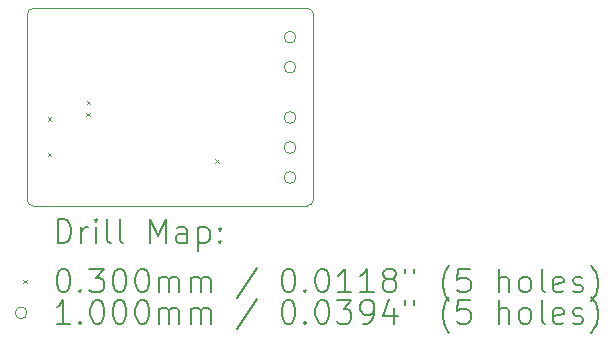
<source format=gbr>
%TF.GenerationSoftware,KiCad,Pcbnew,8.0.5*%
%TF.CreationDate,2024-09-21T11:01:25+02:00*%
%TF.ProjectId,XC9148-breakout,58433931-3438-42d6-9272-65616b6f7574,rev?*%
%TF.SameCoordinates,Original*%
%TF.FileFunction,Drillmap*%
%TF.FilePolarity,Positive*%
%FSLAX45Y45*%
G04 Gerber Fmt 4.5, Leading zero omitted, Abs format (unit mm)*
G04 Created by KiCad (PCBNEW 8.0.5) date 2024-09-21 11:01:25*
%MOMM*%
%LPD*%
G01*
G04 APERTURE LIST*
%ADD10C,0.050000*%
%ADD11C,0.200000*%
%ADD12C,0.100000*%
G04 APERTURE END LIST*
D10*
X11889000Y-5231000D02*
G75*
G02*
X11939000Y-5281000I0J-50000D01*
G01*
X9517000Y-5281000D02*
G75*
G02*
X9567000Y-5231000I50000J0D01*
G01*
X11939000Y-6852000D02*
G75*
G02*
X11889000Y-6902000I-50000J0D01*
G01*
X9567000Y-6902000D02*
G75*
G02*
X9517000Y-6852000I0J50000D01*
G01*
X11939000Y-5281000D02*
X11939000Y-6852000D01*
X9567000Y-5231000D02*
X11889000Y-5231000D01*
X9517000Y-6852000D02*
X9517000Y-5281000D01*
X11889000Y-6902000D02*
X9567000Y-6902000D01*
D11*
D12*
X9688000Y-6151000D02*
X9718000Y-6181000D01*
X9718000Y-6151000D02*
X9688000Y-6181000D01*
X9688000Y-6454000D02*
X9718000Y-6484000D01*
X9718000Y-6454000D02*
X9688000Y-6484000D01*
X10014000Y-6114000D02*
X10044000Y-6144000D01*
X10044000Y-6114000D02*
X10014000Y-6144000D01*
X10019000Y-6013000D02*
X10049000Y-6043000D01*
X10049000Y-6013000D02*
X10019000Y-6043000D01*
X11107000Y-6506000D02*
X11137000Y-6536000D01*
X11137000Y-6506000D02*
X11107000Y-6536000D01*
X11791000Y-5474000D02*
G75*
G02*
X11691000Y-5474000I-50000J0D01*
G01*
X11691000Y-5474000D02*
G75*
G02*
X11791000Y-5474000I50000J0D01*
G01*
X11791000Y-5728000D02*
G75*
G02*
X11691000Y-5728000I-50000J0D01*
G01*
X11691000Y-5728000D02*
G75*
G02*
X11791000Y-5728000I50000J0D01*
G01*
X11791000Y-6155000D02*
G75*
G02*
X11691000Y-6155000I-50000J0D01*
G01*
X11691000Y-6155000D02*
G75*
G02*
X11791000Y-6155000I50000J0D01*
G01*
X11791000Y-6409000D02*
G75*
G02*
X11691000Y-6409000I-50000J0D01*
G01*
X11691000Y-6409000D02*
G75*
G02*
X11791000Y-6409000I50000J0D01*
G01*
X11791000Y-6663000D02*
G75*
G02*
X11691000Y-6663000I-50000J0D01*
G01*
X11691000Y-6663000D02*
G75*
G02*
X11791000Y-6663000I50000J0D01*
G01*
D11*
X9775277Y-7215984D02*
X9775277Y-7015984D01*
X9775277Y-7015984D02*
X9822896Y-7015984D01*
X9822896Y-7015984D02*
X9851467Y-7025508D01*
X9851467Y-7025508D02*
X9870515Y-7044555D01*
X9870515Y-7044555D02*
X9880039Y-7063603D01*
X9880039Y-7063603D02*
X9889563Y-7101698D01*
X9889563Y-7101698D02*
X9889563Y-7130269D01*
X9889563Y-7130269D02*
X9880039Y-7168365D01*
X9880039Y-7168365D02*
X9870515Y-7187412D01*
X9870515Y-7187412D02*
X9851467Y-7206460D01*
X9851467Y-7206460D02*
X9822896Y-7215984D01*
X9822896Y-7215984D02*
X9775277Y-7215984D01*
X9975277Y-7215984D02*
X9975277Y-7082650D01*
X9975277Y-7120746D02*
X9984801Y-7101698D01*
X9984801Y-7101698D02*
X9994324Y-7092174D01*
X9994324Y-7092174D02*
X10013372Y-7082650D01*
X10013372Y-7082650D02*
X10032420Y-7082650D01*
X10099086Y-7215984D02*
X10099086Y-7082650D01*
X10099086Y-7015984D02*
X10089563Y-7025508D01*
X10089563Y-7025508D02*
X10099086Y-7035031D01*
X10099086Y-7035031D02*
X10108610Y-7025508D01*
X10108610Y-7025508D02*
X10099086Y-7015984D01*
X10099086Y-7015984D02*
X10099086Y-7035031D01*
X10222896Y-7215984D02*
X10203848Y-7206460D01*
X10203848Y-7206460D02*
X10194324Y-7187412D01*
X10194324Y-7187412D02*
X10194324Y-7015984D01*
X10327658Y-7215984D02*
X10308610Y-7206460D01*
X10308610Y-7206460D02*
X10299086Y-7187412D01*
X10299086Y-7187412D02*
X10299086Y-7015984D01*
X10556229Y-7215984D02*
X10556229Y-7015984D01*
X10556229Y-7015984D02*
X10622896Y-7158841D01*
X10622896Y-7158841D02*
X10689563Y-7015984D01*
X10689563Y-7015984D02*
X10689563Y-7215984D01*
X10870515Y-7215984D02*
X10870515Y-7111222D01*
X10870515Y-7111222D02*
X10860991Y-7092174D01*
X10860991Y-7092174D02*
X10841944Y-7082650D01*
X10841944Y-7082650D02*
X10803848Y-7082650D01*
X10803848Y-7082650D02*
X10784801Y-7092174D01*
X10870515Y-7206460D02*
X10851467Y-7215984D01*
X10851467Y-7215984D02*
X10803848Y-7215984D01*
X10803848Y-7215984D02*
X10784801Y-7206460D01*
X10784801Y-7206460D02*
X10775277Y-7187412D01*
X10775277Y-7187412D02*
X10775277Y-7168365D01*
X10775277Y-7168365D02*
X10784801Y-7149317D01*
X10784801Y-7149317D02*
X10803848Y-7139793D01*
X10803848Y-7139793D02*
X10851467Y-7139793D01*
X10851467Y-7139793D02*
X10870515Y-7130269D01*
X10965753Y-7082650D02*
X10965753Y-7282650D01*
X10965753Y-7092174D02*
X10984801Y-7082650D01*
X10984801Y-7082650D02*
X11022896Y-7082650D01*
X11022896Y-7082650D02*
X11041944Y-7092174D01*
X11041944Y-7092174D02*
X11051467Y-7101698D01*
X11051467Y-7101698D02*
X11060991Y-7120746D01*
X11060991Y-7120746D02*
X11060991Y-7177888D01*
X11060991Y-7177888D02*
X11051467Y-7196936D01*
X11051467Y-7196936D02*
X11041944Y-7206460D01*
X11041944Y-7206460D02*
X11022896Y-7215984D01*
X11022896Y-7215984D02*
X10984801Y-7215984D01*
X10984801Y-7215984D02*
X10965753Y-7206460D01*
X11146705Y-7196936D02*
X11156229Y-7206460D01*
X11156229Y-7206460D02*
X11146705Y-7215984D01*
X11146705Y-7215984D02*
X11137182Y-7206460D01*
X11137182Y-7206460D02*
X11146705Y-7196936D01*
X11146705Y-7196936D02*
X11146705Y-7215984D01*
X11146705Y-7092174D02*
X11156229Y-7101698D01*
X11156229Y-7101698D02*
X11146705Y-7111222D01*
X11146705Y-7111222D02*
X11137182Y-7101698D01*
X11137182Y-7101698D02*
X11146705Y-7092174D01*
X11146705Y-7092174D02*
X11146705Y-7111222D01*
D12*
X9484500Y-7529500D02*
X9514500Y-7559500D01*
X9514500Y-7529500D02*
X9484500Y-7559500D01*
D11*
X9813372Y-7435984D02*
X9832420Y-7435984D01*
X9832420Y-7435984D02*
X9851467Y-7445508D01*
X9851467Y-7445508D02*
X9860991Y-7455031D01*
X9860991Y-7455031D02*
X9870515Y-7474079D01*
X9870515Y-7474079D02*
X9880039Y-7512174D01*
X9880039Y-7512174D02*
X9880039Y-7559793D01*
X9880039Y-7559793D02*
X9870515Y-7597888D01*
X9870515Y-7597888D02*
X9860991Y-7616936D01*
X9860991Y-7616936D02*
X9851467Y-7626460D01*
X9851467Y-7626460D02*
X9832420Y-7635984D01*
X9832420Y-7635984D02*
X9813372Y-7635984D01*
X9813372Y-7635984D02*
X9794324Y-7626460D01*
X9794324Y-7626460D02*
X9784801Y-7616936D01*
X9784801Y-7616936D02*
X9775277Y-7597888D01*
X9775277Y-7597888D02*
X9765753Y-7559793D01*
X9765753Y-7559793D02*
X9765753Y-7512174D01*
X9765753Y-7512174D02*
X9775277Y-7474079D01*
X9775277Y-7474079D02*
X9784801Y-7455031D01*
X9784801Y-7455031D02*
X9794324Y-7445508D01*
X9794324Y-7445508D02*
X9813372Y-7435984D01*
X9965753Y-7616936D02*
X9975277Y-7626460D01*
X9975277Y-7626460D02*
X9965753Y-7635984D01*
X9965753Y-7635984D02*
X9956229Y-7626460D01*
X9956229Y-7626460D02*
X9965753Y-7616936D01*
X9965753Y-7616936D02*
X9965753Y-7635984D01*
X10041944Y-7435984D02*
X10165753Y-7435984D01*
X10165753Y-7435984D02*
X10099086Y-7512174D01*
X10099086Y-7512174D02*
X10127658Y-7512174D01*
X10127658Y-7512174D02*
X10146705Y-7521698D01*
X10146705Y-7521698D02*
X10156229Y-7531222D01*
X10156229Y-7531222D02*
X10165753Y-7550269D01*
X10165753Y-7550269D02*
X10165753Y-7597888D01*
X10165753Y-7597888D02*
X10156229Y-7616936D01*
X10156229Y-7616936D02*
X10146705Y-7626460D01*
X10146705Y-7626460D02*
X10127658Y-7635984D01*
X10127658Y-7635984D02*
X10070515Y-7635984D01*
X10070515Y-7635984D02*
X10051467Y-7626460D01*
X10051467Y-7626460D02*
X10041944Y-7616936D01*
X10289563Y-7435984D02*
X10308610Y-7435984D01*
X10308610Y-7435984D02*
X10327658Y-7445508D01*
X10327658Y-7445508D02*
X10337182Y-7455031D01*
X10337182Y-7455031D02*
X10346705Y-7474079D01*
X10346705Y-7474079D02*
X10356229Y-7512174D01*
X10356229Y-7512174D02*
X10356229Y-7559793D01*
X10356229Y-7559793D02*
X10346705Y-7597888D01*
X10346705Y-7597888D02*
X10337182Y-7616936D01*
X10337182Y-7616936D02*
X10327658Y-7626460D01*
X10327658Y-7626460D02*
X10308610Y-7635984D01*
X10308610Y-7635984D02*
X10289563Y-7635984D01*
X10289563Y-7635984D02*
X10270515Y-7626460D01*
X10270515Y-7626460D02*
X10260991Y-7616936D01*
X10260991Y-7616936D02*
X10251467Y-7597888D01*
X10251467Y-7597888D02*
X10241944Y-7559793D01*
X10241944Y-7559793D02*
X10241944Y-7512174D01*
X10241944Y-7512174D02*
X10251467Y-7474079D01*
X10251467Y-7474079D02*
X10260991Y-7455031D01*
X10260991Y-7455031D02*
X10270515Y-7445508D01*
X10270515Y-7445508D02*
X10289563Y-7435984D01*
X10480039Y-7435984D02*
X10499086Y-7435984D01*
X10499086Y-7435984D02*
X10518134Y-7445508D01*
X10518134Y-7445508D02*
X10527658Y-7455031D01*
X10527658Y-7455031D02*
X10537182Y-7474079D01*
X10537182Y-7474079D02*
X10546705Y-7512174D01*
X10546705Y-7512174D02*
X10546705Y-7559793D01*
X10546705Y-7559793D02*
X10537182Y-7597888D01*
X10537182Y-7597888D02*
X10527658Y-7616936D01*
X10527658Y-7616936D02*
X10518134Y-7626460D01*
X10518134Y-7626460D02*
X10499086Y-7635984D01*
X10499086Y-7635984D02*
X10480039Y-7635984D01*
X10480039Y-7635984D02*
X10460991Y-7626460D01*
X10460991Y-7626460D02*
X10451467Y-7616936D01*
X10451467Y-7616936D02*
X10441944Y-7597888D01*
X10441944Y-7597888D02*
X10432420Y-7559793D01*
X10432420Y-7559793D02*
X10432420Y-7512174D01*
X10432420Y-7512174D02*
X10441944Y-7474079D01*
X10441944Y-7474079D02*
X10451467Y-7455031D01*
X10451467Y-7455031D02*
X10460991Y-7445508D01*
X10460991Y-7445508D02*
X10480039Y-7435984D01*
X10632420Y-7635984D02*
X10632420Y-7502650D01*
X10632420Y-7521698D02*
X10641944Y-7512174D01*
X10641944Y-7512174D02*
X10660991Y-7502650D01*
X10660991Y-7502650D02*
X10689563Y-7502650D01*
X10689563Y-7502650D02*
X10708610Y-7512174D01*
X10708610Y-7512174D02*
X10718134Y-7531222D01*
X10718134Y-7531222D02*
X10718134Y-7635984D01*
X10718134Y-7531222D02*
X10727658Y-7512174D01*
X10727658Y-7512174D02*
X10746705Y-7502650D01*
X10746705Y-7502650D02*
X10775277Y-7502650D01*
X10775277Y-7502650D02*
X10794325Y-7512174D01*
X10794325Y-7512174D02*
X10803848Y-7531222D01*
X10803848Y-7531222D02*
X10803848Y-7635984D01*
X10899086Y-7635984D02*
X10899086Y-7502650D01*
X10899086Y-7521698D02*
X10908610Y-7512174D01*
X10908610Y-7512174D02*
X10927658Y-7502650D01*
X10927658Y-7502650D02*
X10956229Y-7502650D01*
X10956229Y-7502650D02*
X10975277Y-7512174D01*
X10975277Y-7512174D02*
X10984801Y-7531222D01*
X10984801Y-7531222D02*
X10984801Y-7635984D01*
X10984801Y-7531222D02*
X10994325Y-7512174D01*
X10994325Y-7512174D02*
X11013372Y-7502650D01*
X11013372Y-7502650D02*
X11041944Y-7502650D01*
X11041944Y-7502650D02*
X11060991Y-7512174D01*
X11060991Y-7512174D02*
X11070515Y-7531222D01*
X11070515Y-7531222D02*
X11070515Y-7635984D01*
X11460991Y-7426460D02*
X11289563Y-7683603D01*
X11718134Y-7435984D02*
X11737182Y-7435984D01*
X11737182Y-7435984D02*
X11756229Y-7445508D01*
X11756229Y-7445508D02*
X11765753Y-7455031D01*
X11765753Y-7455031D02*
X11775277Y-7474079D01*
X11775277Y-7474079D02*
X11784801Y-7512174D01*
X11784801Y-7512174D02*
X11784801Y-7559793D01*
X11784801Y-7559793D02*
X11775277Y-7597888D01*
X11775277Y-7597888D02*
X11765753Y-7616936D01*
X11765753Y-7616936D02*
X11756229Y-7626460D01*
X11756229Y-7626460D02*
X11737182Y-7635984D01*
X11737182Y-7635984D02*
X11718134Y-7635984D01*
X11718134Y-7635984D02*
X11699086Y-7626460D01*
X11699086Y-7626460D02*
X11689563Y-7616936D01*
X11689563Y-7616936D02*
X11680039Y-7597888D01*
X11680039Y-7597888D02*
X11670515Y-7559793D01*
X11670515Y-7559793D02*
X11670515Y-7512174D01*
X11670515Y-7512174D02*
X11680039Y-7474079D01*
X11680039Y-7474079D02*
X11689563Y-7455031D01*
X11689563Y-7455031D02*
X11699086Y-7445508D01*
X11699086Y-7445508D02*
X11718134Y-7435984D01*
X11870515Y-7616936D02*
X11880039Y-7626460D01*
X11880039Y-7626460D02*
X11870515Y-7635984D01*
X11870515Y-7635984D02*
X11860991Y-7626460D01*
X11860991Y-7626460D02*
X11870515Y-7616936D01*
X11870515Y-7616936D02*
X11870515Y-7635984D01*
X12003848Y-7435984D02*
X12022896Y-7435984D01*
X12022896Y-7435984D02*
X12041944Y-7445508D01*
X12041944Y-7445508D02*
X12051467Y-7455031D01*
X12051467Y-7455031D02*
X12060991Y-7474079D01*
X12060991Y-7474079D02*
X12070515Y-7512174D01*
X12070515Y-7512174D02*
X12070515Y-7559793D01*
X12070515Y-7559793D02*
X12060991Y-7597888D01*
X12060991Y-7597888D02*
X12051467Y-7616936D01*
X12051467Y-7616936D02*
X12041944Y-7626460D01*
X12041944Y-7626460D02*
X12022896Y-7635984D01*
X12022896Y-7635984D02*
X12003848Y-7635984D01*
X12003848Y-7635984D02*
X11984801Y-7626460D01*
X11984801Y-7626460D02*
X11975277Y-7616936D01*
X11975277Y-7616936D02*
X11965753Y-7597888D01*
X11965753Y-7597888D02*
X11956229Y-7559793D01*
X11956229Y-7559793D02*
X11956229Y-7512174D01*
X11956229Y-7512174D02*
X11965753Y-7474079D01*
X11965753Y-7474079D02*
X11975277Y-7455031D01*
X11975277Y-7455031D02*
X11984801Y-7445508D01*
X11984801Y-7445508D02*
X12003848Y-7435984D01*
X12260991Y-7635984D02*
X12146706Y-7635984D01*
X12203848Y-7635984D02*
X12203848Y-7435984D01*
X12203848Y-7435984D02*
X12184801Y-7464555D01*
X12184801Y-7464555D02*
X12165753Y-7483603D01*
X12165753Y-7483603D02*
X12146706Y-7493127D01*
X12451467Y-7635984D02*
X12337182Y-7635984D01*
X12394325Y-7635984D02*
X12394325Y-7435984D01*
X12394325Y-7435984D02*
X12375277Y-7464555D01*
X12375277Y-7464555D02*
X12356229Y-7483603D01*
X12356229Y-7483603D02*
X12337182Y-7493127D01*
X12565753Y-7521698D02*
X12546706Y-7512174D01*
X12546706Y-7512174D02*
X12537182Y-7502650D01*
X12537182Y-7502650D02*
X12527658Y-7483603D01*
X12527658Y-7483603D02*
X12527658Y-7474079D01*
X12527658Y-7474079D02*
X12537182Y-7455031D01*
X12537182Y-7455031D02*
X12546706Y-7445508D01*
X12546706Y-7445508D02*
X12565753Y-7435984D01*
X12565753Y-7435984D02*
X12603848Y-7435984D01*
X12603848Y-7435984D02*
X12622896Y-7445508D01*
X12622896Y-7445508D02*
X12632420Y-7455031D01*
X12632420Y-7455031D02*
X12641944Y-7474079D01*
X12641944Y-7474079D02*
X12641944Y-7483603D01*
X12641944Y-7483603D02*
X12632420Y-7502650D01*
X12632420Y-7502650D02*
X12622896Y-7512174D01*
X12622896Y-7512174D02*
X12603848Y-7521698D01*
X12603848Y-7521698D02*
X12565753Y-7521698D01*
X12565753Y-7521698D02*
X12546706Y-7531222D01*
X12546706Y-7531222D02*
X12537182Y-7540746D01*
X12537182Y-7540746D02*
X12527658Y-7559793D01*
X12527658Y-7559793D02*
X12527658Y-7597888D01*
X12527658Y-7597888D02*
X12537182Y-7616936D01*
X12537182Y-7616936D02*
X12546706Y-7626460D01*
X12546706Y-7626460D02*
X12565753Y-7635984D01*
X12565753Y-7635984D02*
X12603848Y-7635984D01*
X12603848Y-7635984D02*
X12622896Y-7626460D01*
X12622896Y-7626460D02*
X12632420Y-7616936D01*
X12632420Y-7616936D02*
X12641944Y-7597888D01*
X12641944Y-7597888D02*
X12641944Y-7559793D01*
X12641944Y-7559793D02*
X12632420Y-7540746D01*
X12632420Y-7540746D02*
X12622896Y-7531222D01*
X12622896Y-7531222D02*
X12603848Y-7521698D01*
X12718134Y-7435984D02*
X12718134Y-7474079D01*
X12794325Y-7435984D02*
X12794325Y-7474079D01*
X13089563Y-7712174D02*
X13080039Y-7702650D01*
X13080039Y-7702650D02*
X13060991Y-7674079D01*
X13060991Y-7674079D02*
X13051468Y-7655031D01*
X13051468Y-7655031D02*
X13041944Y-7626460D01*
X13041944Y-7626460D02*
X13032420Y-7578841D01*
X13032420Y-7578841D02*
X13032420Y-7540746D01*
X13032420Y-7540746D02*
X13041944Y-7493127D01*
X13041944Y-7493127D02*
X13051468Y-7464555D01*
X13051468Y-7464555D02*
X13060991Y-7445508D01*
X13060991Y-7445508D02*
X13080039Y-7416936D01*
X13080039Y-7416936D02*
X13089563Y-7407412D01*
X13260991Y-7435984D02*
X13165753Y-7435984D01*
X13165753Y-7435984D02*
X13156229Y-7531222D01*
X13156229Y-7531222D02*
X13165753Y-7521698D01*
X13165753Y-7521698D02*
X13184801Y-7512174D01*
X13184801Y-7512174D02*
X13232420Y-7512174D01*
X13232420Y-7512174D02*
X13251468Y-7521698D01*
X13251468Y-7521698D02*
X13260991Y-7531222D01*
X13260991Y-7531222D02*
X13270515Y-7550269D01*
X13270515Y-7550269D02*
X13270515Y-7597888D01*
X13270515Y-7597888D02*
X13260991Y-7616936D01*
X13260991Y-7616936D02*
X13251468Y-7626460D01*
X13251468Y-7626460D02*
X13232420Y-7635984D01*
X13232420Y-7635984D02*
X13184801Y-7635984D01*
X13184801Y-7635984D02*
X13165753Y-7626460D01*
X13165753Y-7626460D02*
X13156229Y-7616936D01*
X13508610Y-7635984D02*
X13508610Y-7435984D01*
X13594325Y-7635984D02*
X13594325Y-7531222D01*
X13594325Y-7531222D02*
X13584801Y-7512174D01*
X13584801Y-7512174D02*
X13565753Y-7502650D01*
X13565753Y-7502650D02*
X13537182Y-7502650D01*
X13537182Y-7502650D02*
X13518134Y-7512174D01*
X13518134Y-7512174D02*
X13508610Y-7521698D01*
X13718134Y-7635984D02*
X13699087Y-7626460D01*
X13699087Y-7626460D02*
X13689563Y-7616936D01*
X13689563Y-7616936D02*
X13680039Y-7597888D01*
X13680039Y-7597888D02*
X13680039Y-7540746D01*
X13680039Y-7540746D02*
X13689563Y-7521698D01*
X13689563Y-7521698D02*
X13699087Y-7512174D01*
X13699087Y-7512174D02*
X13718134Y-7502650D01*
X13718134Y-7502650D02*
X13746706Y-7502650D01*
X13746706Y-7502650D02*
X13765753Y-7512174D01*
X13765753Y-7512174D02*
X13775277Y-7521698D01*
X13775277Y-7521698D02*
X13784801Y-7540746D01*
X13784801Y-7540746D02*
X13784801Y-7597888D01*
X13784801Y-7597888D02*
X13775277Y-7616936D01*
X13775277Y-7616936D02*
X13765753Y-7626460D01*
X13765753Y-7626460D02*
X13746706Y-7635984D01*
X13746706Y-7635984D02*
X13718134Y-7635984D01*
X13899087Y-7635984D02*
X13880039Y-7626460D01*
X13880039Y-7626460D02*
X13870515Y-7607412D01*
X13870515Y-7607412D02*
X13870515Y-7435984D01*
X14051468Y-7626460D02*
X14032420Y-7635984D01*
X14032420Y-7635984D02*
X13994325Y-7635984D01*
X13994325Y-7635984D02*
X13975277Y-7626460D01*
X13975277Y-7626460D02*
X13965753Y-7607412D01*
X13965753Y-7607412D02*
X13965753Y-7531222D01*
X13965753Y-7531222D02*
X13975277Y-7512174D01*
X13975277Y-7512174D02*
X13994325Y-7502650D01*
X13994325Y-7502650D02*
X14032420Y-7502650D01*
X14032420Y-7502650D02*
X14051468Y-7512174D01*
X14051468Y-7512174D02*
X14060991Y-7531222D01*
X14060991Y-7531222D02*
X14060991Y-7550269D01*
X14060991Y-7550269D02*
X13965753Y-7569317D01*
X14137182Y-7626460D02*
X14156230Y-7635984D01*
X14156230Y-7635984D02*
X14194325Y-7635984D01*
X14194325Y-7635984D02*
X14213372Y-7626460D01*
X14213372Y-7626460D02*
X14222896Y-7607412D01*
X14222896Y-7607412D02*
X14222896Y-7597888D01*
X14222896Y-7597888D02*
X14213372Y-7578841D01*
X14213372Y-7578841D02*
X14194325Y-7569317D01*
X14194325Y-7569317D02*
X14165753Y-7569317D01*
X14165753Y-7569317D02*
X14146706Y-7559793D01*
X14146706Y-7559793D02*
X14137182Y-7540746D01*
X14137182Y-7540746D02*
X14137182Y-7531222D01*
X14137182Y-7531222D02*
X14146706Y-7512174D01*
X14146706Y-7512174D02*
X14165753Y-7502650D01*
X14165753Y-7502650D02*
X14194325Y-7502650D01*
X14194325Y-7502650D02*
X14213372Y-7512174D01*
X14289563Y-7712174D02*
X14299087Y-7702650D01*
X14299087Y-7702650D02*
X14318134Y-7674079D01*
X14318134Y-7674079D02*
X14327658Y-7655031D01*
X14327658Y-7655031D02*
X14337182Y-7626460D01*
X14337182Y-7626460D02*
X14346706Y-7578841D01*
X14346706Y-7578841D02*
X14346706Y-7540746D01*
X14346706Y-7540746D02*
X14337182Y-7493127D01*
X14337182Y-7493127D02*
X14327658Y-7464555D01*
X14327658Y-7464555D02*
X14318134Y-7445508D01*
X14318134Y-7445508D02*
X14299087Y-7416936D01*
X14299087Y-7416936D02*
X14289563Y-7407412D01*
D12*
X9514500Y-7808500D02*
G75*
G02*
X9414500Y-7808500I-50000J0D01*
G01*
X9414500Y-7808500D02*
G75*
G02*
X9514500Y-7808500I50000J0D01*
G01*
D11*
X9880039Y-7899984D02*
X9765753Y-7899984D01*
X9822896Y-7899984D02*
X9822896Y-7699984D01*
X9822896Y-7699984D02*
X9803848Y-7728555D01*
X9803848Y-7728555D02*
X9784801Y-7747603D01*
X9784801Y-7747603D02*
X9765753Y-7757127D01*
X9965753Y-7880936D02*
X9975277Y-7890460D01*
X9975277Y-7890460D02*
X9965753Y-7899984D01*
X9965753Y-7899984D02*
X9956229Y-7890460D01*
X9956229Y-7890460D02*
X9965753Y-7880936D01*
X9965753Y-7880936D02*
X9965753Y-7899984D01*
X10099086Y-7699984D02*
X10118134Y-7699984D01*
X10118134Y-7699984D02*
X10137182Y-7709508D01*
X10137182Y-7709508D02*
X10146705Y-7719031D01*
X10146705Y-7719031D02*
X10156229Y-7738079D01*
X10156229Y-7738079D02*
X10165753Y-7776174D01*
X10165753Y-7776174D02*
X10165753Y-7823793D01*
X10165753Y-7823793D02*
X10156229Y-7861888D01*
X10156229Y-7861888D02*
X10146705Y-7880936D01*
X10146705Y-7880936D02*
X10137182Y-7890460D01*
X10137182Y-7890460D02*
X10118134Y-7899984D01*
X10118134Y-7899984D02*
X10099086Y-7899984D01*
X10099086Y-7899984D02*
X10080039Y-7890460D01*
X10080039Y-7890460D02*
X10070515Y-7880936D01*
X10070515Y-7880936D02*
X10060991Y-7861888D01*
X10060991Y-7861888D02*
X10051467Y-7823793D01*
X10051467Y-7823793D02*
X10051467Y-7776174D01*
X10051467Y-7776174D02*
X10060991Y-7738079D01*
X10060991Y-7738079D02*
X10070515Y-7719031D01*
X10070515Y-7719031D02*
X10080039Y-7709508D01*
X10080039Y-7709508D02*
X10099086Y-7699984D01*
X10289563Y-7699984D02*
X10308610Y-7699984D01*
X10308610Y-7699984D02*
X10327658Y-7709508D01*
X10327658Y-7709508D02*
X10337182Y-7719031D01*
X10337182Y-7719031D02*
X10346705Y-7738079D01*
X10346705Y-7738079D02*
X10356229Y-7776174D01*
X10356229Y-7776174D02*
X10356229Y-7823793D01*
X10356229Y-7823793D02*
X10346705Y-7861888D01*
X10346705Y-7861888D02*
X10337182Y-7880936D01*
X10337182Y-7880936D02*
X10327658Y-7890460D01*
X10327658Y-7890460D02*
X10308610Y-7899984D01*
X10308610Y-7899984D02*
X10289563Y-7899984D01*
X10289563Y-7899984D02*
X10270515Y-7890460D01*
X10270515Y-7890460D02*
X10260991Y-7880936D01*
X10260991Y-7880936D02*
X10251467Y-7861888D01*
X10251467Y-7861888D02*
X10241944Y-7823793D01*
X10241944Y-7823793D02*
X10241944Y-7776174D01*
X10241944Y-7776174D02*
X10251467Y-7738079D01*
X10251467Y-7738079D02*
X10260991Y-7719031D01*
X10260991Y-7719031D02*
X10270515Y-7709508D01*
X10270515Y-7709508D02*
X10289563Y-7699984D01*
X10480039Y-7699984D02*
X10499086Y-7699984D01*
X10499086Y-7699984D02*
X10518134Y-7709508D01*
X10518134Y-7709508D02*
X10527658Y-7719031D01*
X10527658Y-7719031D02*
X10537182Y-7738079D01*
X10537182Y-7738079D02*
X10546705Y-7776174D01*
X10546705Y-7776174D02*
X10546705Y-7823793D01*
X10546705Y-7823793D02*
X10537182Y-7861888D01*
X10537182Y-7861888D02*
X10527658Y-7880936D01*
X10527658Y-7880936D02*
X10518134Y-7890460D01*
X10518134Y-7890460D02*
X10499086Y-7899984D01*
X10499086Y-7899984D02*
X10480039Y-7899984D01*
X10480039Y-7899984D02*
X10460991Y-7890460D01*
X10460991Y-7890460D02*
X10451467Y-7880936D01*
X10451467Y-7880936D02*
X10441944Y-7861888D01*
X10441944Y-7861888D02*
X10432420Y-7823793D01*
X10432420Y-7823793D02*
X10432420Y-7776174D01*
X10432420Y-7776174D02*
X10441944Y-7738079D01*
X10441944Y-7738079D02*
X10451467Y-7719031D01*
X10451467Y-7719031D02*
X10460991Y-7709508D01*
X10460991Y-7709508D02*
X10480039Y-7699984D01*
X10632420Y-7899984D02*
X10632420Y-7766650D01*
X10632420Y-7785698D02*
X10641944Y-7776174D01*
X10641944Y-7776174D02*
X10660991Y-7766650D01*
X10660991Y-7766650D02*
X10689563Y-7766650D01*
X10689563Y-7766650D02*
X10708610Y-7776174D01*
X10708610Y-7776174D02*
X10718134Y-7795222D01*
X10718134Y-7795222D02*
X10718134Y-7899984D01*
X10718134Y-7795222D02*
X10727658Y-7776174D01*
X10727658Y-7776174D02*
X10746705Y-7766650D01*
X10746705Y-7766650D02*
X10775277Y-7766650D01*
X10775277Y-7766650D02*
X10794325Y-7776174D01*
X10794325Y-7776174D02*
X10803848Y-7795222D01*
X10803848Y-7795222D02*
X10803848Y-7899984D01*
X10899086Y-7899984D02*
X10899086Y-7766650D01*
X10899086Y-7785698D02*
X10908610Y-7776174D01*
X10908610Y-7776174D02*
X10927658Y-7766650D01*
X10927658Y-7766650D02*
X10956229Y-7766650D01*
X10956229Y-7766650D02*
X10975277Y-7776174D01*
X10975277Y-7776174D02*
X10984801Y-7795222D01*
X10984801Y-7795222D02*
X10984801Y-7899984D01*
X10984801Y-7795222D02*
X10994325Y-7776174D01*
X10994325Y-7776174D02*
X11013372Y-7766650D01*
X11013372Y-7766650D02*
X11041944Y-7766650D01*
X11041944Y-7766650D02*
X11060991Y-7776174D01*
X11060991Y-7776174D02*
X11070515Y-7795222D01*
X11070515Y-7795222D02*
X11070515Y-7899984D01*
X11460991Y-7690460D02*
X11289563Y-7947603D01*
X11718134Y-7699984D02*
X11737182Y-7699984D01*
X11737182Y-7699984D02*
X11756229Y-7709508D01*
X11756229Y-7709508D02*
X11765753Y-7719031D01*
X11765753Y-7719031D02*
X11775277Y-7738079D01*
X11775277Y-7738079D02*
X11784801Y-7776174D01*
X11784801Y-7776174D02*
X11784801Y-7823793D01*
X11784801Y-7823793D02*
X11775277Y-7861888D01*
X11775277Y-7861888D02*
X11765753Y-7880936D01*
X11765753Y-7880936D02*
X11756229Y-7890460D01*
X11756229Y-7890460D02*
X11737182Y-7899984D01*
X11737182Y-7899984D02*
X11718134Y-7899984D01*
X11718134Y-7899984D02*
X11699086Y-7890460D01*
X11699086Y-7890460D02*
X11689563Y-7880936D01*
X11689563Y-7880936D02*
X11680039Y-7861888D01*
X11680039Y-7861888D02*
X11670515Y-7823793D01*
X11670515Y-7823793D02*
X11670515Y-7776174D01*
X11670515Y-7776174D02*
X11680039Y-7738079D01*
X11680039Y-7738079D02*
X11689563Y-7719031D01*
X11689563Y-7719031D02*
X11699086Y-7709508D01*
X11699086Y-7709508D02*
X11718134Y-7699984D01*
X11870515Y-7880936D02*
X11880039Y-7890460D01*
X11880039Y-7890460D02*
X11870515Y-7899984D01*
X11870515Y-7899984D02*
X11860991Y-7890460D01*
X11860991Y-7890460D02*
X11870515Y-7880936D01*
X11870515Y-7880936D02*
X11870515Y-7899984D01*
X12003848Y-7699984D02*
X12022896Y-7699984D01*
X12022896Y-7699984D02*
X12041944Y-7709508D01*
X12041944Y-7709508D02*
X12051467Y-7719031D01*
X12051467Y-7719031D02*
X12060991Y-7738079D01*
X12060991Y-7738079D02*
X12070515Y-7776174D01*
X12070515Y-7776174D02*
X12070515Y-7823793D01*
X12070515Y-7823793D02*
X12060991Y-7861888D01*
X12060991Y-7861888D02*
X12051467Y-7880936D01*
X12051467Y-7880936D02*
X12041944Y-7890460D01*
X12041944Y-7890460D02*
X12022896Y-7899984D01*
X12022896Y-7899984D02*
X12003848Y-7899984D01*
X12003848Y-7899984D02*
X11984801Y-7890460D01*
X11984801Y-7890460D02*
X11975277Y-7880936D01*
X11975277Y-7880936D02*
X11965753Y-7861888D01*
X11965753Y-7861888D02*
X11956229Y-7823793D01*
X11956229Y-7823793D02*
X11956229Y-7776174D01*
X11956229Y-7776174D02*
X11965753Y-7738079D01*
X11965753Y-7738079D02*
X11975277Y-7719031D01*
X11975277Y-7719031D02*
X11984801Y-7709508D01*
X11984801Y-7709508D02*
X12003848Y-7699984D01*
X12137182Y-7699984D02*
X12260991Y-7699984D01*
X12260991Y-7699984D02*
X12194325Y-7776174D01*
X12194325Y-7776174D02*
X12222896Y-7776174D01*
X12222896Y-7776174D02*
X12241944Y-7785698D01*
X12241944Y-7785698D02*
X12251467Y-7795222D01*
X12251467Y-7795222D02*
X12260991Y-7814269D01*
X12260991Y-7814269D02*
X12260991Y-7861888D01*
X12260991Y-7861888D02*
X12251467Y-7880936D01*
X12251467Y-7880936D02*
X12241944Y-7890460D01*
X12241944Y-7890460D02*
X12222896Y-7899984D01*
X12222896Y-7899984D02*
X12165753Y-7899984D01*
X12165753Y-7899984D02*
X12146706Y-7890460D01*
X12146706Y-7890460D02*
X12137182Y-7880936D01*
X12356229Y-7899984D02*
X12394325Y-7899984D01*
X12394325Y-7899984D02*
X12413372Y-7890460D01*
X12413372Y-7890460D02*
X12422896Y-7880936D01*
X12422896Y-7880936D02*
X12441944Y-7852365D01*
X12441944Y-7852365D02*
X12451467Y-7814269D01*
X12451467Y-7814269D02*
X12451467Y-7738079D01*
X12451467Y-7738079D02*
X12441944Y-7719031D01*
X12441944Y-7719031D02*
X12432420Y-7709508D01*
X12432420Y-7709508D02*
X12413372Y-7699984D01*
X12413372Y-7699984D02*
X12375277Y-7699984D01*
X12375277Y-7699984D02*
X12356229Y-7709508D01*
X12356229Y-7709508D02*
X12346706Y-7719031D01*
X12346706Y-7719031D02*
X12337182Y-7738079D01*
X12337182Y-7738079D02*
X12337182Y-7785698D01*
X12337182Y-7785698D02*
X12346706Y-7804746D01*
X12346706Y-7804746D02*
X12356229Y-7814269D01*
X12356229Y-7814269D02*
X12375277Y-7823793D01*
X12375277Y-7823793D02*
X12413372Y-7823793D01*
X12413372Y-7823793D02*
X12432420Y-7814269D01*
X12432420Y-7814269D02*
X12441944Y-7804746D01*
X12441944Y-7804746D02*
X12451467Y-7785698D01*
X12622896Y-7766650D02*
X12622896Y-7899984D01*
X12575277Y-7690460D02*
X12527658Y-7833317D01*
X12527658Y-7833317D02*
X12651467Y-7833317D01*
X12718134Y-7699984D02*
X12718134Y-7738079D01*
X12794325Y-7699984D02*
X12794325Y-7738079D01*
X13089563Y-7976174D02*
X13080039Y-7966650D01*
X13080039Y-7966650D02*
X13060991Y-7938079D01*
X13060991Y-7938079D02*
X13051468Y-7919031D01*
X13051468Y-7919031D02*
X13041944Y-7890460D01*
X13041944Y-7890460D02*
X13032420Y-7842841D01*
X13032420Y-7842841D02*
X13032420Y-7804746D01*
X13032420Y-7804746D02*
X13041944Y-7757127D01*
X13041944Y-7757127D02*
X13051468Y-7728555D01*
X13051468Y-7728555D02*
X13060991Y-7709508D01*
X13060991Y-7709508D02*
X13080039Y-7680936D01*
X13080039Y-7680936D02*
X13089563Y-7671412D01*
X13260991Y-7699984D02*
X13165753Y-7699984D01*
X13165753Y-7699984D02*
X13156229Y-7795222D01*
X13156229Y-7795222D02*
X13165753Y-7785698D01*
X13165753Y-7785698D02*
X13184801Y-7776174D01*
X13184801Y-7776174D02*
X13232420Y-7776174D01*
X13232420Y-7776174D02*
X13251468Y-7785698D01*
X13251468Y-7785698D02*
X13260991Y-7795222D01*
X13260991Y-7795222D02*
X13270515Y-7814269D01*
X13270515Y-7814269D02*
X13270515Y-7861888D01*
X13270515Y-7861888D02*
X13260991Y-7880936D01*
X13260991Y-7880936D02*
X13251468Y-7890460D01*
X13251468Y-7890460D02*
X13232420Y-7899984D01*
X13232420Y-7899984D02*
X13184801Y-7899984D01*
X13184801Y-7899984D02*
X13165753Y-7890460D01*
X13165753Y-7890460D02*
X13156229Y-7880936D01*
X13508610Y-7899984D02*
X13508610Y-7699984D01*
X13594325Y-7899984D02*
X13594325Y-7795222D01*
X13594325Y-7795222D02*
X13584801Y-7776174D01*
X13584801Y-7776174D02*
X13565753Y-7766650D01*
X13565753Y-7766650D02*
X13537182Y-7766650D01*
X13537182Y-7766650D02*
X13518134Y-7776174D01*
X13518134Y-7776174D02*
X13508610Y-7785698D01*
X13718134Y-7899984D02*
X13699087Y-7890460D01*
X13699087Y-7890460D02*
X13689563Y-7880936D01*
X13689563Y-7880936D02*
X13680039Y-7861888D01*
X13680039Y-7861888D02*
X13680039Y-7804746D01*
X13680039Y-7804746D02*
X13689563Y-7785698D01*
X13689563Y-7785698D02*
X13699087Y-7776174D01*
X13699087Y-7776174D02*
X13718134Y-7766650D01*
X13718134Y-7766650D02*
X13746706Y-7766650D01*
X13746706Y-7766650D02*
X13765753Y-7776174D01*
X13765753Y-7776174D02*
X13775277Y-7785698D01*
X13775277Y-7785698D02*
X13784801Y-7804746D01*
X13784801Y-7804746D02*
X13784801Y-7861888D01*
X13784801Y-7861888D02*
X13775277Y-7880936D01*
X13775277Y-7880936D02*
X13765753Y-7890460D01*
X13765753Y-7890460D02*
X13746706Y-7899984D01*
X13746706Y-7899984D02*
X13718134Y-7899984D01*
X13899087Y-7899984D02*
X13880039Y-7890460D01*
X13880039Y-7890460D02*
X13870515Y-7871412D01*
X13870515Y-7871412D02*
X13870515Y-7699984D01*
X14051468Y-7890460D02*
X14032420Y-7899984D01*
X14032420Y-7899984D02*
X13994325Y-7899984D01*
X13994325Y-7899984D02*
X13975277Y-7890460D01*
X13975277Y-7890460D02*
X13965753Y-7871412D01*
X13965753Y-7871412D02*
X13965753Y-7795222D01*
X13965753Y-7795222D02*
X13975277Y-7776174D01*
X13975277Y-7776174D02*
X13994325Y-7766650D01*
X13994325Y-7766650D02*
X14032420Y-7766650D01*
X14032420Y-7766650D02*
X14051468Y-7776174D01*
X14051468Y-7776174D02*
X14060991Y-7795222D01*
X14060991Y-7795222D02*
X14060991Y-7814269D01*
X14060991Y-7814269D02*
X13965753Y-7833317D01*
X14137182Y-7890460D02*
X14156230Y-7899984D01*
X14156230Y-7899984D02*
X14194325Y-7899984D01*
X14194325Y-7899984D02*
X14213372Y-7890460D01*
X14213372Y-7890460D02*
X14222896Y-7871412D01*
X14222896Y-7871412D02*
X14222896Y-7861888D01*
X14222896Y-7861888D02*
X14213372Y-7842841D01*
X14213372Y-7842841D02*
X14194325Y-7833317D01*
X14194325Y-7833317D02*
X14165753Y-7833317D01*
X14165753Y-7833317D02*
X14146706Y-7823793D01*
X14146706Y-7823793D02*
X14137182Y-7804746D01*
X14137182Y-7804746D02*
X14137182Y-7795222D01*
X14137182Y-7795222D02*
X14146706Y-7776174D01*
X14146706Y-7776174D02*
X14165753Y-7766650D01*
X14165753Y-7766650D02*
X14194325Y-7766650D01*
X14194325Y-7766650D02*
X14213372Y-7776174D01*
X14289563Y-7976174D02*
X14299087Y-7966650D01*
X14299087Y-7966650D02*
X14318134Y-7938079D01*
X14318134Y-7938079D02*
X14327658Y-7919031D01*
X14327658Y-7919031D02*
X14337182Y-7890460D01*
X14337182Y-7890460D02*
X14346706Y-7842841D01*
X14346706Y-7842841D02*
X14346706Y-7804746D01*
X14346706Y-7804746D02*
X14337182Y-7757127D01*
X14337182Y-7757127D02*
X14327658Y-7728555D01*
X14327658Y-7728555D02*
X14318134Y-7709508D01*
X14318134Y-7709508D02*
X14299087Y-7680936D01*
X14299087Y-7680936D02*
X14289563Y-7671412D01*
M02*

</source>
